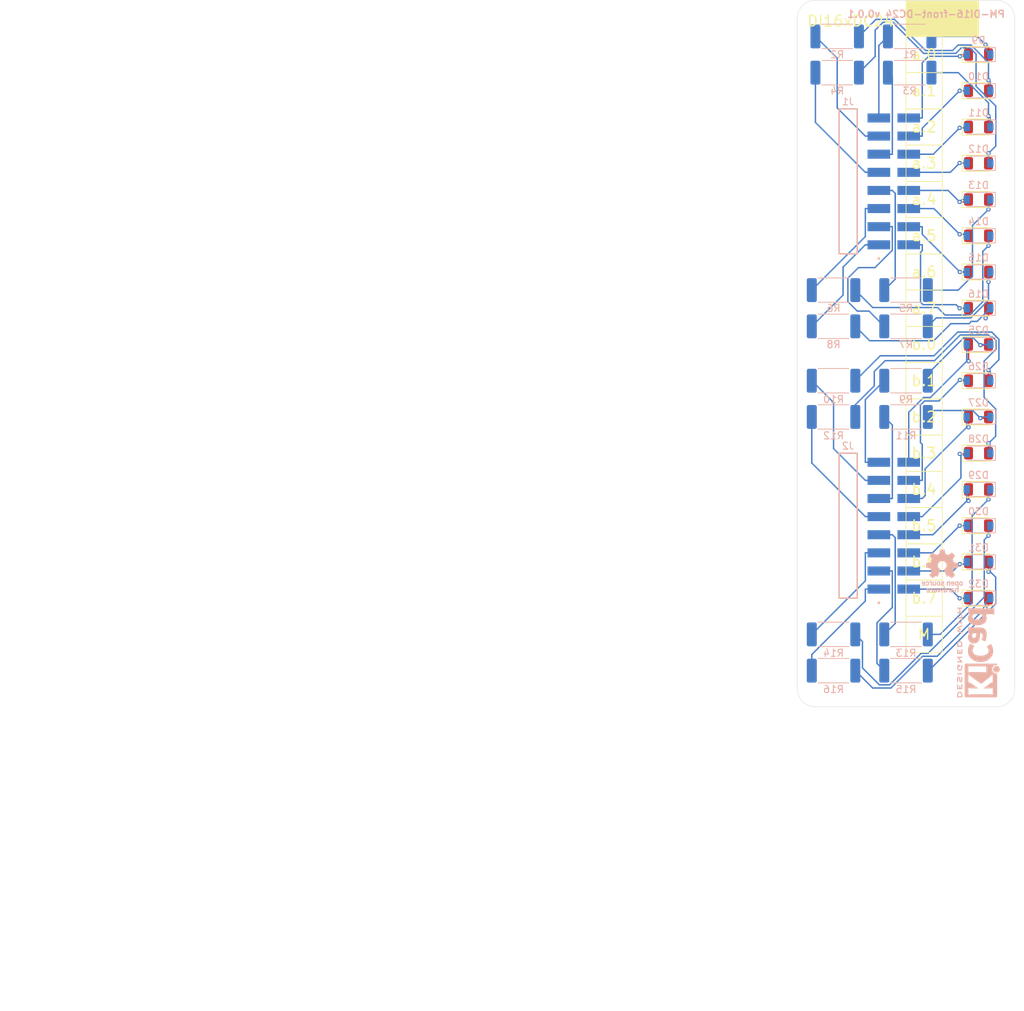
<source format=kicad_pcb>
(kicad_pcb (version 20240108) (generator "pcbnew") (generator_version "8.0")
  (layers (0 "F.Cu" signal) (31 "B.Cu" signal) (34 "B.Paste" user) (35 "F.Paste" user) (36 "B.SilkS" user "B.Silkscreen") (37 "F.SilkS" user "F.Silkscreen") (38 "B.Mask" user) (39 "F.Mask" user) (44 "Edge.Cuts" user))
  (net 0 "")
  (net 1 "/OUT01")
  (net 2 "Net-(D1-A)")
  (net 3 "/OUT02")
  (net 4 "Net-(D10-K)")
  (net 5 "Net-(D11-K)")
  (net 6 "/OUT03")
  (net 7 "/OUT04")
  (net 8 "Net-(D12-K)")
  (net 9 "Net-(D13-K)")
  (net 10 "/OUT05")
  (net 11 "Net-(D14-K)")
  (net 12 "/OUT06")
  (net 13 "Net-(D15-K)")
  (net 14 "/OUT07")
  (net 15 "/OUT00")
  (net 16 "Net-(D16-K)")
  (net 17 "/IN03")
  (net 18 "/IN07")
  (net 19 "/IN05")
  (net 20 "/IN06")
  (net 21 "Net-(D17-A)")
  (net 22 "/IN02")
  (net 23 "/IN04")
  (net 24 "/IN01")
  (net 25 "/OUT10")
  (net 26 "/OUT11")
  (net 27 "Net-(D18-A)")
  (net 28 "Net-(D19-A)")
  (net 29 "/OUT12")
  (net 30 "/OUT13")
  (net 31 "Net-(D20-A)")
  (net 32 "/OUT14")
  (net 33 "Net-(D21-A)")
  (net 34 "Net-(D22-A)")
  (net 35 "/OUT15")
  (net 36 "/OUT16")
  (net 37 "Net-(D23-A)")
  (net 38 "/OUT17")
  (net 39 "Net-(D24-A)")
  (net 40 "/IN16")
  (net 41 "/IN17")
  (net 42 "/IN15")
  (net 43 "/IN00")
  (net 44 "/IN10")
  (net 45 "/IN11")
  (net 46 "/IN12")
  (net 47 "/IN13")
  (net 48 "/IN14")
  (footprint "NextPCB:LED_KPTD-3216ZGC" (layer "F.Cu") (at 152.4 119.38)
    (property "Reference" "D21" (hide yes))
    (property "Value" "KPTD-3216ZGC ")
  )
  (footprint "NextPCB:LED_KPTD-3216ZGC" (layer "F.Cu") (at 152.4 114.3)
    (property "Reference" "D20" (hide yes))
    (property "Value" "KPTD-3216ZGC ")
  )
  (footprint "NextPCB:LED_KPTD-3216ZGC" (layer "F.Cu") (at 152.4 104.14)
    (property "Reference" "D18" (hide yes))
    (property "Value" "KPTD-3216ZGC ")
  )
  (footprint "NextPCB:LED_KPTD-3216ZGC" (layer "F.Cu") (at 152.4 109.22)
    (property "Reference" "D19" (hide yes))
    (property "Value" "KPTD-3216ZGC ")
  )
  (footprint "NextPCB:LED_KPTD-3216ZGC" (layer "F.Cu") (at 152.4 78.74)
    (property "Reference" "D5" (hide yes))
    (property "Value" "KPTD-3216ZGC ")
  )
  (footprint "NextPCB:LED_KPTD-3216ZGC" (layer "F.Cu") (at 152.4 73.66)
    (property "Reference" "D4" (hide yes))
    (property "Value" "KPTD-3216ZGC ")
  )
  (footprint "NextPCB:LED_KPTD-3216ZGC" (layer "F.Cu") (at 152.4 83.82)
    (property "Reference" "D6" (hide yes))
    (property "Value" "KPTD-3216ZGC ")
  )
  (footprint "NextPCB:LED_KPTD-3216ZGC" (layer "F.Cu") (at 152.4 68.58)
    (property "Reference" "D3" (hide yes))
    (property "Value" "KPTD-3216ZGC ")
  )
  (footprint "NextPCB:LED_KPTD-3216ZGC" (layer "F.Cu") (at 152.4 63.5)
    (property "Reference" "D2" (hide yes))
    (property "Value" "KPTD-3216ZGC ")
  )
  (footprint "NextPCB:LED_KPTD-3216ZGC" (layer "F.Cu") (at 152.4 93.98)
    (property "Reference" "D8" (hide yes))
    (property "Value" "KPTD-3216ZGC ")
  )
  (footprint "NextPCB:LED_KPTD-3216ZGC" (layer "F.Cu") (at 152.4 58.42)
    (property "Reference" "D1" (hide yes))
    (property "Value" "KPTD-3216ZGC ")
  )
  (footprint "NextPCB:LED_KPTD-3216ZGC" (layer "F.Cu") (at 152.4 88.9)
    (property "Reference" "D7" (hide yes))
    (property "Value" "KPTD-3216ZGC ")
  )
  (footprint "NextPCB:LED_KPTD-3216ZGC" (layer "F.Cu") (at 152.4 134.62)
    (property "Reference" "D24" (hide yes))
    (property "Value" "KPTD-3216ZGC ")
  )
  (footprint "NextPCB:LED_KPTD-3216ZGC" (layer "F.Cu") (at 152.4 99.06)
    (property "Reference" "D17" (hide yes))
    (property "Value" "KPTD-3216ZGC ")
  )
  (footprint "NextPCB:LED_KPTD-3216ZGC" (layer "F.Cu") (at 152.4 129.54)
    (property "Reference" "D23" (hide yes))
    (property "Value" "KPTD-3216ZGC ")
  )
  (footprint "NextPCB:LED_KPTD-3216ZGC" (layer "F.Cu") (at 152.4 124.46)
    (property "Reference" "D22" (hide yes))
    (property "Value" "KPTD-3216ZGC ")
  )
  (footprint "Diode_SMD:D_SOD-123" (layer "B.Cu") (at 152.4 78.74 180)
    (property "Reference" "D13")
    (property "Value" "1N4148W")
  )
  (footprint "Diode_SMD:D_SOD-123" (layer "B.Cu") (at 152.4 129.54 180)
    (property "Reference" "D31")
    (property "Value" "1N4148W")
  )
  (footprint "Resistor_SMD:R_2512_6332Metric_Pad1.40x3.35mm_HandSolder" (layer "B.Cu") (at 142.24 144.78)
    (property "Reference" "R15")
    (property "Value" "1.1k 1W")
  )
  (footprint "Resistor_SMD:R_2512_6332Metric_Pad1.40x3.35mm_HandSolder" (layer "B.Cu") (at 142.24 91.44)
    (property "Reference" "R5")
    (property "Value" "1.1k 1W")
  )
  (footprint "Diode_SMD:D_SOD-123" (layer "B.Cu") (at 152.4 73.66 180)
    (property "Reference" "D12")
    (property "Value" "1N4148W")
  )
  (footprint "Diode_SMD:D_SOD-123" (layer "B.Cu") (at 152.4 99.06 180)
    (property "Reference" "D25")
    (property "Value" "1N4148W")
  )
  (footprint "Resistor_SMD:R_2512_6332Metric_Pad1.40x3.35mm_HandSolder" (layer "B.Cu") (at 132.08 144.78)
    (property "Reference" "R16")
    (property "Value" "1.1k 1W")
  )
  (footprint "Diode_SMD:D_SOD-123" (layer "B.Cu") (at 152.4 83.82 180)
    (property "Reference" "D14")
    (property "Value" "1N4148W")
  )
  (footprint "Diode_SMD:D_SOD-123" (layer "B.Cu") (at 152.4 104.14 180)
    (property "Reference" "D26")
    (property "Value" "1N4148W")
  )
  (footprint "Diode_SMD:D_SOD-123" (layer "B.Cu") (at 152.4 88.9 180)
    (property "Reference" "D15")
    (property "Value" "1N4148W")
  )
  (footprint "Diode_SMD:D_SOD-123" (layer "B.Cu") (at 152.4 58.42 180)
    (property "Reference" "D9")
    (property "Value" "1N4148W")
  )
  (footprint "Resistor_SMD:R_2512_6332Metric_Pad1.40x3.35mm_HandSolder" (layer "B.Cu") (at 142.24 104.14)
    (property "Reference" "R9")
    (property "Value" "1.1k 1W")
  )
  (footprint "Diode_SMD:D_SOD-123" (layer "B.Cu") (at 152.4 119.38 180)
    (property "Reference" "D29")
    (property "Value" "1N4148W")
  )
  (footprint "Resistor_SMD:R_2512_6332Metric_Pad1.40x3.35mm_HandSolder" (layer "B.Cu") (at 132.08 139.7)
    (property "Reference" "R14")
    (property "Value" "1.1k 1W")
  )
  (footprint "Diode_SMD:D_SOD-123" (layer "B.Cu") (at 152.4 109.22 180)
    (property "Reference" "D27")
    (property "Value" "1N4148W")
  )
  (footprint "Symbol:OSHW-Logo_5.7x6mm_SilkScreen" (layer "B.Cu") (at 147.32 130.81 180)
    (property "Reference" "logo_oshw" (hide yes))
    (property "Value" "OSHW-Logo_5.7x6mm_SilkScreen" (hide yes))
  )
  (footprint "Resistor_SMD:R_2512_6332Metric_Pad1.40x3.35mm_HandSolder" (layer "B.Cu") (at 142.24 109.22)
    (property "Reference" "R11")
    (property "Value" "1.1k 1W")
  )
  (footprint "NextPCB:Conn_02x08_pin_angle" (layer "B.Cu") (at 134.125 124.46 -90)
    (property "Reference" "J2")
    (property "Value" "Conn_02x08_Odd_Even" (hide yes))
  )
  (footprint "Resistor_SMD:R_2512_6332Metric_Pad1.40x3.35mm_HandSolder" (layer "B.Cu") (at 132.08 91.44)
    (property "Reference" "R6")
    (property "Value" "1.1k 1W")
  )
  (footprint "Resistor_SMD:R_2512_6332Metric_Pad1.40x3.35mm_HandSolder" (layer "B.Cu") (at 142.75 55.88)
    (property "Reference" "R1")
    (property "Value" "1.1k 1W")
  )
  (footprint "Diode_SMD:D_SOD-123" (layer "B.Cu") (at 152.4 68.58 180)
    (property "Reference" "D11")
    (property "Value" "1N4148W")
  )
  (footprint "Diode_SMD:D_SOD-123" (layer "B.Cu") (at 152.4 114.3 180)
    (property "Reference" "D28")
    (property "Value" "1N4148W")
  )
  (footprint "Diode_SMD:D_SOD-123" (layer "B.Cu") (at 152.4 134.62 180)
    (property "Reference" "D32")
    (property "Value" "1N4148W")
  )
  (footprint "Diode_SMD:D_SOD-123" (layer "B.Cu") (at 152.4 63.5 180)
    (property "Reference" "D10")
    (property "Value" "1N4148W")
  )
  (footprint "Resistor_SMD:R_2512_6332Metric_Pad1.40x3.35mm_HandSolder" (layer "B.Cu") (at 132.08 109.22)
    (property "Reference" "R12")
    (property "Value" "1.1k 1W")
  )
  (footprint "Resistor_SMD:R_2512_6332Metric_Pad1.40x3.35mm_HandSolder" (layer "B.Cu") (at 142.24 139.7)
    (property "Reference" "R13")
    (property "Value" "1.1k 1W")
  )
  (footprint "Resistor_SMD:R_2512_6332Metric_Pad1.40x3.35mm_HandSolder" (layer "B.Cu") (at 132.59 60.96)
    (property "Reference" "R4")
    (property "Value" "1.1k 1W")
  )
  (footprint "Diode_SMD:D_SOD-123" (layer "B.Cu") (at 152.4 93.98 180)
    (property "Reference" "D16")
    (property "Value" "1N4148W")
  )
  (footprint "Resistor_SMD:R_2512_6332Metric_Pad1.40x3.35mm_HandSolder" (layer "B.Cu") (at 132.08 96.52)
    (property "Reference" "R8")
    (property "Value" "1.1k 1W")
  )
  (footprint "Symbol:KiCad-Logo2_5mm_SilkScreen" (layer "B.Cu") (at 152.4 142.24 90)
    (property "Reference" "logo_kicad" (hide yes))
    (property "Value" "KiCad-Logo2_5mm_SilkScreen" (hide yes))
  )
  (footprint "Resistor_SMD:R_2512_6332Metric_Pad1.40x3.35mm_HandSolder" (layer "B.Cu") (at 142.24 96.52)
    (property "Reference" "R7")
    (property "Value" "1.1k 1W")
  )
  (footprint "Diode_SMD:D_SOD-123" (layer "B.Cu") (at 152.4 124.46 180)
    (property "Reference" "D30")
    (property "Value" "1N4148W")
  )
  (footprint "Resistor_SMD:R_2512_6332Metric_Pad1.40x3.35mm_HandSolder" (layer "B.Cu") (at 132.59 55.88)
    (property "Reference" "R2")
    (property "Value" "1.1k 1W")
  )
  (footprint "Resistor_SMD:R_2512_6332Metric_Pad1.40x3.35mm_HandSolder" (layer "B.Cu") (at 132.08 104.14)
    (property "Reference" "R10")
    (property "Value" "1.1k 1W")
  )
  (footprint "NextPCB:Conn_02x08_pin_angle" (layer "B.Cu") (at 134.125 76.2 -90)
    (property "Reference" "J1")
    (property "Value" "Conn_02x08_Odd_Even" (hide yes))
  )
  (footprint "Resistor_SMD:R_2512_6332Metric_Pad1.40x3.35mm_HandSolder" (layer "B.Cu") (at 142.75 60.96)
    (property "Reference" "R3")
    (property "Value" "1.1k 1W")
  )
  (gr_rect (start 142.24 55.88) (end 147.32 60.96) (stroke (width 0.1)) (fill none) (layer "F.SilkS"))
  (gr_rect (start 142.24 66.04) (end 147.32 71.12) (stroke (width 0.1)) (fill none) (layer "F.SilkS"))
  (gr_rect (start 142.24 121.92) (end 147.32 127) (stroke (width 0.1)) (fill none) (layer "F.SilkS"))
  (gr_rect (start 142.24 101.6) (end 147.32 106.68) (stroke (width 0.1)) (fill none) (layer "F.SilkS"))
  (gr_rect (start 142.24 132.08) (end 147.32 137.16) (stroke (width 0.1)) (fill none) (layer "F.SilkS"))
  (gr_rect (start 142.24 81.28) (end 147.32 86.36) (stroke (width 0.1)) (fill none) (layer "F.SilkS"))
  (gr_rect (start 142.24 50.927) (end 152.4 55.88) (stroke (width 0.1)) (fill solid) (layer "F.SilkS"))
  (gr_rect (start 142.24 60.96) (end 147.32 66.04) (stroke (width 0.1)) (fill none) (layer "F.SilkS"))
  (gr_rect (start 142.24 91.44) (end 147.32 96.52) (stroke (width 0.1)) (fill none) (layer "F.SilkS"))
  (gr_rect (start 142.24 96.52) (end 147.32 101.6) (stroke (width 0.1)) (fill none) (layer "F.SilkS"))
  (gr_rect (start 142.24 111.76) (end 147.32 116.84) (stroke (width 0.1)) (fill none) (layer "F.SilkS"))
  (gr_rect (start 142.24 137.16) (end 147.32 142.24) (stroke (width 0.1)) (fill none) (layer "F.SilkS"))
  (gr_rect (start 142.24 86.36) (end 147.32 91.44) (stroke (width 0.1)) (fill none) (layer "F.SilkS"))
  (gr_rect (start 142.24 127) (end 147.32 132.08) (stroke (width 0.1)) (fill none) (layer "F.SilkS"))
  (gr_rect (start 142.24 76.2) (end 147.32 81.28) (stroke (width 0.1)) (fill none) (layer "F.SilkS"))
  (gr_rect (start 142.24 71.12) (end 147.32 76.2) (stroke (width 0.1)) (fill none) (layer "F.SilkS"))
  (gr_rect (start 142.24 116.84) (end 147.32 121.92) (stroke (width 0.1)) (fill none) (layer "F.SilkS"))
  (gr_rect (start 142.24 106.68) (end 147.32 111.76) (stroke (width 0.1)) (fill none) (layer "F.SilkS"))
  (gr_arc (start 127 53.34) (mid 127.743949 51.543949) (end 129.54 50.8) (stroke (width 0.05)) (layer "Edge.Cuts"))
  (gr_line (start 154.94 149.86) (end 129.54 149.86) (stroke (width 0.05)) (layer "Edge.Cuts"))
  (gr_arc (start 157.48 147.32) (mid 156.736051 149.116051) (end 154.94 149.86) (stroke (width 0.05)) (layer "Edge.Cuts"))
  (gr_line (start 129.54 50.8) (end 154.94 50.8) (stroke (width 0.05)) (layer "Edge.Cuts"))
  (gr_line (start 127 147.32) (end 127 53.34) (stroke (width 0.05)) (layer "Edge.Cuts"))
  (gr_arc (start 129.54 149.86) (mid 127.743949 149.116051) (end 127 147.32) (stroke (width 0.05)) (layer "Edge.Cuts"))
  (gr_arc (start 154.94 50.8) (mid 156.736051 51.543949) (end 157.48 53.34) (stroke (width 0.05)) (layer "Edge.Cuts"))
  (gr_line (start 157.48 53.34) (end 157.48 147.32) (stroke (width 0.05)) (layer "Edge.Cuts"))
  (gr_text "PM-DI16-front-DC24 v0.0.1" (at 156.21 53.34 0) (layer "B.SilkS") (effects (font (size 1 1) (thickness 0.2) (bold yes)) (justify left bottom mirror)))
  (gr_text "a.3" (at 142.88 74.5315 0) (layer "F.SilkS") (effects (font (size 1.5 1.5) (thickness 0.2)) (justify left bottom)))
  (gr_text "M" (at 143.772857 140.5715 0) (layer "F.SilkS") (effects (font (size 1.5 1.5) (thickness 0.2)) (justify left bottom)))
  (gr_text "b.5" (at 142.88 125.3315 0) (layer "F.SilkS") (effects (font (size 1.5 1.5) (thickness 0.2)) (justify left bottom)))
  (gr_text "a.5" (at 142.88 84.6915 0) (layer "F.SilkS") (effects (font (size 1.5 1.5) (thickness 0.2)) (justify left bottom)))
  (gr_text "b.6" (at 142.88 130.4115 0) (layer "F.SilkS") (effects (font (size 1.5 1.5) (thickness 0.2)) (justify left bottom)))
  (gr_text "a.7" (at 142.88 94.8515 0) (layer "F.SilkS") (effects (font (size 1.5 1.5) (thickness 0.2)) (justify left bottom)))
  (gr_text "b.2" (at 142.88 110.0915 0) (layer "F.SilkS") (effects (font (size 1.5 1.5) (thickness 0.2)) (justify left bottom)))
  (gr_text "b.7" (at 142.88 135.4915 0) (layer "F.SilkS") (effects (font (size 1.5 1.5) (thickness 0.2)) (justify left bottom)))
  (gr_text "b.0" (at 142.88 99.9315 0) (layer "F.SilkS") (effects (font (size 1.5 1.5) (thickness 0.2)) (justify left bottom)))
  (gr_text "b.1" (at 142.88 105.0115 0) (layer "F.SilkS") (effects (font (size 1.5 1.5) (thickness 0.2)) (justify left bottom)))
  (gr_text "b.3" (at 142.88 115.1715 0) (layer "F.SilkS") (effects (font (size 1.5 1.5) (thickness 0.2)) (justify left bottom)))
  (gr_text "a.1" (at 142.88 64.3715 0) (layer "F.SilkS") (effects (font (size 1.5 1.5) (thickness 0.2)) (justify left bottom)))
  (gr_text "a.4" (at 142.88 79.6115 0) (layer "F.SilkS") (effects (font (size 1.5 1.5) (thickness 0.2)) (justify left bottom)))
  (gr_text "DI16xDC24" (at 128.27 54.61 0) (layer "F.SilkS") (effects (font (size 1.5 1.5) (thickness 0.2)) (justify left bottom)))
  (gr_text "a.0" (at 142.88 59.2915 0) (layer "F.SilkS") (effects (font (size 1.5 1.5) (thickness 0.2)) (justify left bottom)))
  (gr_text "a.2" (at 142.88 69.4515 0) (layer "F.SilkS") (effects (font (size 1.5 1.5) (thickness 0.2)) (justify left bottom)))
  (gr_text "b.4" (at 142.88 120.2515 0) (layer "F.SilkS") (effects (font (size 1.5 1.5) (thickness 0.2)) (justify left bottom)))
  (gr_text "a.6" (at 142.88 89.7715 0) (layer "F.SilkS") (effects (font (size 1.5 1.5) (thickness 0.2)) (justify left bottom)))
  (segment (start 151 63.5) (end 149.756 63.5) (width 0.2) (layer "F.Cu") (net 1))
  (via (at 149.756 63.5) (size 0.6) (drill 0.3) (layers "F.Cu" "B.Cu") (net 1))
  (segment (start 144.5117 68.7443) (end 149.756 63.5) (width 0.2) (layer "B.Cu") (net 1))
  (segment (start 144.5117 69.85) (end 144.5117 68.7443) (width 0.2) (layer "B.Cu") (net 1))
  (segment (start 149.756 63.5) (end 150.75 63.5) (width 0.2) (layer "B.Cu") (net 1))
  (segment (start 142.62 69.85) (end 144.5117 69.85) (width 0.2) (layer "B.Cu") (net 1))
  (segment (start 153.8 57.4534) (end 153.8 58.42) (width 0.2) (layer "F.Cu") (net 2))
  (segment (start 153.3866 57.04) (end 153.8 57.4534) (width 0.2) (layer "F.Cu") (net 2))
  (via (at 153.3866 57.04) (size 0.6) (drill 0.3) (layers "F.Cu" "B.Cu") (net 2))
  (segment (start 153.3866 57.7566) (end 154.05 58.42) (width 0.2) (layer "B.Cu") (net 2))
  (segment (start 152.2266 55.88) (end 153.3866 57.04) (width 0.2) (layer "B.Cu") (net 2))
  (segment (start 153.3866 57.04) (end 153.3866 57.7566) (width 0.2) (layer "B.Cu") (net 2))
  (segment (start 145.8 55.88) (end 152.2266 55.88) (width 0.2) (layer "B.Cu") (net 2))
  (segment (start 149.756 68.6974) (end 150.8826 68.6974) (width 0.2) (layer "F.Cu") (net 3))
  (segment (start 150.8826 68.6974) (end 151 68.58) (width 0.2) (layer "F.Cu") (net 3))
  (via (at 149.756 68.6974) (size 0.6) (drill 0.3) (layers "F.Cu" "B.Cu") (net 3))
  (segment (start 150.6326 68.6974) (end 150.75 68.58) (width 0.2) (layer "B.Cu") (net 3))
  (segment (start 142.62 72.39) (end 146.0634 72.39) (width 0.2) (layer "B.Cu") (net 3))
  (segment (start 149.756 68.6974) (end 150.6326 68.6974) (width 0.2) (layer "B.Cu") (net 3))
  (segment (start 146.0634 72.39) (end 149.756 68.6974) (width 0.2) (layer "B.Cu") (net 3))
  (segment (start 153.8 62.0313) (end 153.8 63.5) (width 0.2) (layer "F.Cu") (net 4))
  (via (at 153.8 62.0313) (size 0.6) (drill 0.3) (layers "F.Cu" "B.Cu") (net 4))
  (segment (start 153.8 62.0313) (end 154.05 62.2813) (width 0.2) (layer "B.Cu") (net 4))
  (segment (start 140.6138 53.4903) (end 138.0297 53.4903) (width 0.2) (layer "B.Cu") (net 4))
  (segment (start 148.7643 57.8577) (end 144.9812 57.8577) (width 0.2) (layer "B.Cu") (net 4))
  (segment (start 144.9812 57.8577) (end 140.6138 53.4903) (width 0.2) (layer "B.Cu") (net 4))
  (segment (start 154.05 62.2813) (end 154.05 63.5) (width 0.2) (layer "B.Cu") (net 4))
  (segment (start 153.8 62.0313) (end 153.8 59.5374) (width 0.2) (layer "B.Cu") (net 4))
  (segment (start 138.0297 53.4903) (end 135.64 55.88) (width 0.2) (layer "B.Cu") (net 4))
  (segment (start 151.3493 57.0867) (end 149.5353 57.0867) (width 0.2) (layer "B.Cu") (net 4))
  (segment (start 153.8 59.5374) (end 151.3493 57.0867) (width 0.2) (layer "B.Cu") (net 4))
  (segment (start 149.5353 57.0867) (end 148.7643 57.8577) (width 0.2) (layer "B.Cu") (net 4))
  (segment (start 153.8 68.58) (end 153.8 67.0441) (width 0.2) (layer "F.Cu") (net 5))
  (via (at 153.8 67.0441) (size 0.6) (drill 0.3) (layers "F.Cu" "B.Cu") (net 5))
  (segment (start 154.05 67.2941) (end 154.05 68.58) (width 0.2) (layer "B.Cu") (net 5))
  (segment (start 153.8 65.1975) (end 153.8 67.0441) (width 0.2) (layer "B.Cu") (net 5))
  (segment (start 145.8 60.96) (end 149.5625 60.96) (width 0.2) (layer "B.Cu") (net 5))
  (segment (start 153.8 67.0441) (end 154.05 67.2941) (width 0.2) (layer "B.Cu") (net 5))
  (segment (start 149.5625 60.96) (end 153.8 65.1975) (width 0.2) (layer "B.Cu") (net 5))
  (segment (start 150.9622 73.6222) (end 151 73.66) (width 0.2) (layer "F.Cu") (net 6))
  (segment (start 149.756 73.6222) (end 150.9622 73.6222) (width 0.2) (layer "F.Cu") (net 6))
  (via (at 149.756 73.6222) (size 0.6) (drill 0.3) (layers "F.Cu" "B.Cu") (net 6))
  (segment (start 149.7938 73.66) (end 150.75 73.66) (width 0.2) (layer "B.Cu") (net 6))
  (segment (start 148.4482 74.93) (end 149.756 73.6222) (width 0.2) (layer "B.Cu") (net 6))
  (segment (start 149.756 73.6222) (end 149.7938 73.66) (width 0.2) (layer "B.Cu") (net 6))
  (segment (start 142.62 74.93) (end 148.4482 74.93) (width 0.2) (layer "B.Cu") (net 6))
  (segment (start 150.6583 79.0817) (end 151 78.74) (width 0.2) (layer "F.Cu") (net 7))
  (segment (start 149.756 79.0817) (end 150.6583 79.0817) (width 0.2) (layer "F.Cu") (net 7))
  (via (at 149.756 79.0817) (size 0.6) (drill 0.3) (layers "F.Cu" "B.Cu") (net 7))
  (segment (start 142.62 77.47) (end 148.1443 77.47) (width 0.2) (layer "B.Cu") (net 7))
  (segment (start 149.756 79.0817) (end 150.0977 78.74) (width 0.2) (layer "B.Cu") (net 7))
  (segment (start 150.0977 78.74) (end 150.75 78.74) (width 0.2) (layer "B.Cu") (net 7))
  (segment (start 148.1443 77.47) (end 149.756 79.0817) (width 0.2) (layer "B.Cu") (net 7))
  (segment (start 153.8 73.66) (end 153.8 72.2613) (width 0.2) (layer "F.Cu") (net 8))
  (via (at 153.8 72.2613) (size 0.6) (drill 0.3) (layers "F.Cu" "B.Cu") (net 8))
  (segment (start 149.9843 57.4884) (end 151.183 57.4884) (width 0.2) (layer "B.Cu") (net 8))
  (segment (start 154.8147 65.6275) (end 154.8147 71.2466) (width 0.2) (layer "B.Cu") (net 8))
  (segment (start 135.64 60.96) (end 137.911 58.689) (width 0.2) (layer "B.Cu") (net 8))
  (segment (start 140.7259 54.1704) (end 140.7259 54.2651) (width 0.2) (layer "B.Cu") (net 8))
  (segment (start 154.8147 71.2466) (end 153.8 72.2613) (width 0.2) (layer "B.Cu") (net 8))
  (segment (start 152.0571 62.8699) (end 154.8147 65.6275) (width 0.2) (layer "B.Cu") (net 8))
  (segment (start 137.911 55.0017) (end 139.0207 53.892) (width 0.2) (layer "B.Cu") (net 8))
  (segment (start 149.2098 58.2629) (end 149.9843 57.4884) (width 0.2) (layer "B.Cu") (net 8))
  (segment (start 151.183 57.4884) (end 152.0571 58.3625) (width 0.2) (layer "B.Cu") (net 8))
  (segment (start 153.8 73.41) (end 153.8 72.2613) (width 0.2) (layer "B.Cu") (net 8))
  (segment (start 152.0571 58.3625) (end 152.0571 62.8699) (width 0.2) (layer "B.Cu") (net 8))
  (segment (start 139.0207 53.892) (end 140.4475 53.892) (width 0.2) (layer "B.Cu") (net 8))
  (segment (start 144.7237 58.2629) (end 149.2098 58.2629) (width 0.2) (layer "B.Cu") (net 8))
  (segment (start 154.05 73.66) (end 153.8 73.41) (width 0.2) (layer "B.Cu") (net 8))
  (segment (start 140.4475 53.892) (end 140.7259 54.1704) (width 0.2) (layer "B.Cu") (net 8))
  (segment (start 140.7259 54.2651) (end 144.7237 58.2629) (width 0.2) (layer "B.Cu") (net 8))
  (segment (start 137.911 58.689) (end 137.911 55.0017) (width 0.2) (layer "B.Cu") (net 8))
  (segment (start 153.8 80.126) (end 153.8 78.74) (width 0.2) (layer "F.Cu") (net 9))
  (via (at 153.8 80.126) (size 0.6) (drill 0.3) (layers "F.Cu" "B.Cu") (net 9))
  (segment (start 153.8 80.126) (end 151.5524 82.3736) (width 0.2) (layer "B.Cu") (net 9))
  (segment (start 151.5524 89.449) (end 149.5614 91.44) (width 0.2) (layer "B.Cu") (net 9))
  (segment (start 153.8 80.126) (end 153.8 78.99) (width 0.2) (layer "B.Cu") (net 9))
  (segment (start 153.8 78.99) (end 154.05 78.74) (width 0.2) (layer "B.Cu") (net 9))
  (segment (start 149.5614 91.44) (end 145.29 91.44) (width 0.2) (layer "B.Cu") (net 9))
  (segment (start 151.5524 82.3736) (end 151.5524 89.449) (width 0.2) (layer "B.Cu") (net 9))
  (segment (start 150.7962 83.6162) (end 151 83.82) (width 0.2) (layer "F.Cu") (net 10))
  (segment (start 149.756 83.6162) (end 150.7962 83.6162) (width 0.2) (layer "F.Cu") (net 10))
  (via (at 149.756 83.6162) (size 0.6) (drill 0.3) (layers "F.Cu" "B.Cu") (net 10))
  (segment (start 146.1498 80.01) (end 149.756 83.6162) (width 0.2) (layer "B.Cu") (net 10))
  (segment (start 150.5462 83.6162) (end 150.75 83.82) (width 0.2) (layer "B.Cu") (net 10))
  (segment (start 149.756 83.6162) (end 150.5462 83.6162) (width 0.2) (layer "B.Cu") (net 10))
  (segment (start 142.62 80.01) (end 146.1498 80.01) (width 0.2) (layer "B.Cu") (net 10))
  (segment (start 153.8 83.82) (end 153.8 85.2135) (width 0.2) (layer "F.Cu") (net 11))
  (via (at 153.8 85.2135) (size 0.6) (drill 0.3) (layers "F.Cu" "B.Cu") (net 11))
  (segment (start 135.13 91.44) (end 137.5721 93.8821) (width 0.2) (layer "B.Cu") (net 11))
  (segment (start 153.0021 86.0114) (end 153.8 85.2135) (width 0.2) (layer "B.Cu") (net 11))
  (segment (start 147.7084 94.9308) (end 151.1479 94.9308) (width 0.2) (layer "B.Cu") (net 11))
  (segment (start 154.05 83.82) (end 153.8 84.07) (width 0.2) (layer "B.Cu") (net 11))
  (segment (start 151.1479 94.9308) (end 153.0021 93.0766) (width 0.2) (layer "B.Cu") (net 11))
  (segment (start 153.8 84.07) (end 153.8 85.2135) (width 0.2) (layer "B.Cu") (net 11))
  (segment (start 146.6597 93.8821) (end 147.7084 94.9308) (width 0.2) (layer "B.Cu") (net 11))
  (segment (start 137.5721 93.8821) (end 146.6597 93.8821) (width 0.2) (layer "B.Cu") (net 11))
  (segment (start 153.0021 93.0766) (end 153.0021 86.0114) (width 0.2) (layer "B.Cu") (net 11))
  (segment (start 151 88.9) (end 149.7894 88.9) (width 0.2) (layer "F.Cu") (net 12))
  (via (at 149.7894 88.9) (size 0.6) (drill 0.3) (layers "F.Cu" "B.Cu") (net 12))
  (segment (start 144.5117 82.55) (end 144.5117 83.6223) (width 0.2) (layer "B.Cu") (net 12))
  (segment (start 144.5117 83.6223) (end 149.7894 88.9) (width 0.2) (layer "B.Cu") (net 12))
  (segment (start 142.62 82.55) (end 144.5117 82.55) (width 0.2) (layer "B.Cu") (net 12))
  (segment (start 149.7894 88.9) (end 150.75 88.9) (width 0.2) (layer "B.Cu") (net 12))
  (segment (start 153.8 88.9) (end 153.8 90.2778) (width 0.2) (layer "F.Cu") (net 13))
  (via (at 153.8 90.2778) (size 0.6) (drill 0.3) (layers "F.Cu" "B.Cu") (net 13))
  (segment (start 153.8 89.15) (end 154.05 88.9) (width 0.2) (layer "B.Cu") (net 13))
  (segment (start 151.3149 95.3366) (end 153.8 92.8515) (width 0.2) (layer "B.Cu") (net 13))
  (segment (start 145.29 96.52) (end 146.4734 95.3366) (width 0.2) (layer "B.Cu") (net 13))
  (segment (start 153.8 92.8515) (end 153.8 90.2778) (width 0.2) (layer "B.Cu") (net 13))
  (segment (start 146.4734 95.3366) (end 151.3149 95.3366) (width 0.2) (layer "B.Cu") (net 13))
  (segment (start 153.8 90.2778) (end 153.8 89.15) (width 0.2) (layer "B.Cu") (net 13))
  (segment (start 151 93.98) (end 149.756 93.98) (width 0.2) (layer "F.Cu") (net 14))
  (via (at 149.756 93.98) (size 0.6) (drill 0.3) (layers "F.Cu" "B.Cu") (net 14))
  (segment (start 149.756 93.98) (end 150.75 93.98) (width 0.2) (layer "B.Cu") (net 14))
  (segment (start 149.2564 93.4804) (end 144.6295 93.4804) (width 0.2) (layer "B.Cu") (net 14))
  (segment (start 144.2752 86.146) (end 144.5117 85.9095) (width 0.2) (layer "B.Cu") (net 14))
  (segment (start 144.5117 85.9095) (end 144.5117 85.09) (width 0.2) (layer "B.Cu") (net 14))
  (segment (start 144.2752 93.1261) (end 144.2752 86.146) (width 0.2) (layer "B.Cu") (net 14))
  (segment (start 144.6295 93.4804) (end 144.2752 93.1261) (width 0.2) (layer "B.Cu") (net 14))
  (segment (start 142.62 85.09) (end 144.5117 85.09) (width 0.2) (layer "B.Cu") (net 14))
  (segment (start 149.756 93.98) (end 149.2564 93.4804) (width 0.2) (layer "B.Cu") (net 14))
  (segment (start 151 58.42) (end 150.0395 58.42) (width 0.2) (layer "F.Cu") (net 15))
  (segment (start 150.0395 58.42) (end 149.7914 58.6681) (width 0.2) (layer "F.Cu") (net 15))
  (via (at 149.7914 58.6681) (size 0.6) (drill 0.3) (layers "F.Cu" "B.Cu") (net 15))
  (segment (start 150.75 58.42) (end 150.5019 58.6681) (width 0.2) (layer "B.Cu") (net 15))
  (segment (start 145.4161 58.6681) (end 149.7914 58.6681) (width 0.2) (layer "B.Cu") (net 15))
  (segment (start 144.5117 67.31) (end 144.5117 59.5725) (width 0.2) (layer "B.Cu") (net 15))
  (segment (start 150.5019 58.6681) (end 149.7914 58.6681) (width 0.2) (layer "B.Cu") (net 15))
  (segment (start 144.5117 59.5725) (end 145.4161 58.6681) (width 0.2) (layer "B.Cu") (net 15))
  (segment (start 142.62 67.31) (end 144.5117 67.31) (width 0.2) (layer "B.Cu") (net 15))
  (segment (start 153.8 93.98) (end 153.8 94.9721) (width 0.2) (layer "F.Cu") (net 16))
  (segment (start 153.8 94.9721) (end 153.3965 95.3756) (width 0.2) (layer "F.Cu") (net 16))
  (via (at 153.3965 95.3756) (size 0.6) (drill 0.3) (layers "F.Cu" "B.Cu") (net 16))
  (segment (start 137.145 98.535) (end 146.1355 98.535) (width 0.2) (layer "B.Cu") (net 16))
  (segment (start 148.5305 96.14) (end 151.0747 96.14) (width 0.2) (layer "B.Cu") (net 16))
  (segment (start 153.0255 95.0045) (end 154.05 93.98) (width 0.2) (layer "B.Cu") (net 16))
  (segment (start 152.2066 95.8234) (end 153.0255 95.0045) (width 0.2) (layer "B.Cu") (net 16))
  (segment (start 135.13 96.52) (end 137.145 98.535) (width 0.2) (layer "B.Cu") (net 16))
  (segment (start 151.3913 95.8234) (end 152.2066 95.8234) (width 0.2) (layer "B.Cu") (net 16))
  (segment (start 153.0255 95.0045) (end 153.3965 95.3756) (width 0.2) (layer "B.Cu") (net 16))
  (segment (start 146.1355 98.535) (end 148.5305 96.14) (width 0.2) (layer "B.Cu") (net 16))
  (segment (start 151.0747 96.14) (end 151.3913 95.8234) (width 0.2) (layer "B.Cu") (net 16))
  (segment (start 129.54 67.9317) (end 129.54 60.96) (width 0.2) (layer "B.Cu") (net 17))
  (segment (start 136.5383 74.93) (end 129.54 67.9317) (width 0.2) (layer "B.Cu") (net 17))
  (segment (start 138.43 74.93) (end 136.5383 74.93) (width 0.2) (layer "B.Cu") (net 17))
  (segment (start 138.43 85.09) (end 136.5383 85.09) (width 0.2) (layer "B.Cu") (net 18))
  (segment (start 133.4145 88.2138) (end 133.4145 92.1355) (width 0.2) (layer "B.Cu") (net 18))
  (segment (start 133.4145 92.1355) (end 129.03 96.52) (width 0.2) (layer "B.Cu") (net 18))
  (segment (start 136.5383 85.09) (end 133.4145 88.2138) (width 0.2) (layer "B.Cu") (net 18))
  (segment (start 138.43 80.01) (end 136.5383 80.01) (width 0.2) (layer "B.Cu") (net 19))
  (segment (start 136.5383 80.01) (end 136.5383 83.9317) (width 0.2) (layer "B.Cu") (net 19))
  (segment (start 136.5383 83.9317) (end 129.03 91.44) (width 0.2) (layer "B.Cu") (net 19))
  (segment (start 140.3217 82.55) (end 140.3217 85.85) (width 0.2) (layer "B.Cu") (net 20))
  (segment (start 134.0892 93.0558) (end 135.4151 94.3817) (width 0.2) (layer "B.Cu") (net 20))
  (segment (start 137.887 88.2847) (end 135.5668 88.2847) (width 0.2) (layer "B.Cu") (net 20))
  (segment (start 135.4151 94.3817) (end 137.0517 94.3817) (width 0.2) (layer "B.Cu") (net 20))
  (segment (start 138.43 82.55) (end 140.3217 82.55) (width 0.2) (layer "B.Cu") (net 20))
  (segment (start 140.3217 85.85) (end 137.887 88.2847) (width 0.2) (layer "B.Cu") (net 20))
  (segment (start 137.0517 94.3817) (end 139.19 96.52) (width 0.2) (layer "B.Cu") (net 20))
  (segment (start 134.0892 89.7623) (end 134.0892 93.0558) (width 0.2) (layer "B.Cu") (net 20))
  (segment (start 135.5668 88.2847) (end 134.0892 89.7623) (width 0.2) (layer "B.Cu") (net 20))
  (segment (start 153.7097 99.1503) (end 152.6665 99.1503) (width 0.2) (layer "F.Cu") (net 21))
  (segment (start 153.8 99.06) (end 153.7097 99.1503) (width 0.2) (layer "F.Cu") (net 21))
  (via (at 152.6665 99.1503) (size 0.6) (drill 0.3) (layers "F.Cu" "B.Cu") (net 21))
  (segment (start 154.05 99.06) (end 152.7568 99.06) (width 0.2) (layer "B.Cu") (net 21))
  (segment (start 145.29 104.14) (end 145.29 103.1739) (width 0.2) (layer "B.Cu") (net 21))
  (segment (start 152.7568 99.06) (end 152.6665 99.1503) (width 0.2) (layer "B.Cu") (net 21))
  (segment (start 151.6582 98.142) (end 152.6665 99.1503) (width 0.2) (layer "B.Cu") (net 21))
  (segment (start 150.3219 98.142) (end 151.6582 98.142) (width 0.2) (layer "B.Cu") (net 21))
  (segment (start 145.29 103.1739) (end 150.3219 98.142) (width 0.2) (layer "B.Cu") (net 21))
  (segment (start 138.43 72.39) (end 140.3217 72.39) (width 0.2) (layer "B.Cu") (net 22))
  (segment (start 140.3217 61.5817) (end 139.7 60.96) (width 0.2) (layer "B.Cu") (net 22))
  (segment (start 140.3217 72.39) (end 140.3217 61.5817) (width 0.2) (layer "B.Cu") (net 22))
  (segment (start 140.7234 77.8717) (end 140.3217 77.47) (width 0.2) (layer "B.Cu") (net 23))
  (segment (start 138.43 77.47) (end 140.3217 77.47) (width 0.2) (layer "B.Cu") (net 23))
  (segment (start 140.7234 89.9066) (end 140.7234 77.8717) (width 0.2) (layer "B.Cu") (net 23))
  (segment (start 139.19 91.44) (end 140.7234 89.9066) (width 0.2) (layer "B.Cu") (net 23))
  (segment (start 132.59 65.9017) (end 132.59 58.93) (width 0.2) (layer "B.Cu") (net 24))
  (segment (start 138.43 69.85) (end 136.5383 69.85) (width 0.2) (layer "B.Cu") (net 24))
  (segment (start 136.5383 69.85) (end 132.59 65.9017) (width 0.2) (layer "B.Cu") (net 24))
  (segment (start 132.59 58.93) (end 129.54 55.88) (width 0.2) (layer "B.Cu") (net 24))
  (segment (start 151 101.3956) (end 151 99.06) (width 0.2) (layer "F.Cu") (net 25))
  (via (at 151 101.3956) (size 0.6) (drill 0.3) (layers "F.Cu" "B.Cu") (net 25))
  (segment (start 150.75 101.3956) (end 151 101.3956) (width 0.2) (layer "B.Cu") (net 25))
  (segment (start 150.75 99.06) (end 150.75 101.3956) (width 0.2) (layer "B.Cu") (net 25))
  (segment (start 145.6555 106.4901) (end 150.75 101.3956) (width 0.2) (layer "B.Cu") (net 25))
  (segment (start 142.62 115.57) (end 142.62 108.5717) (width 0.2) (layer "B.Cu") (net 25))
  (segment (start 142.62 108.5717) (end 144.7016 106.4901) (width 0.2) (layer "B.Cu") (net 25))
  (segment (start 144.7016 106.4901) (end 145.6555 106.4901) (width 0.2) (layer "B.Cu") (net 25))
  (segment (start 149.9016 104.14) (end 149.7924 104.0308) (width 0.2) (layer "F.Cu") (net 26))
  (segment (start 151 104.14) (end 149.9016 104.14) (width 0.2) (layer "F.Cu") (net 26))
  (via (at 149.7924 104.0308) (size 0.6) (drill 0.3) (layers "F.Cu" "B.Cu") (net 26))
  (segment (start 146.8419 106.9813) (end 144.8266 106.9813) (width 0.2) (layer "B.Cu") (net 26))
  (segment (start 150.75 104.14) (end 150.6408 104.0308) (width 0.2) (layer "B.Cu") (net 26))
  (segment (start 144.262 107.5459) (end 144.262 112.8083) (width 0.2) (layer "B.Cu") (net 26))
  (segment (start 144.8266 106.9813) (end 144.262 107.5459) (width 0.2) (layer "B.Cu") (net 26))
  (segment (start 144.5117 113.058) (end 144.5117 118.11) (width 0.2) (layer "B.Cu") (net 26))
  (segment (start 142.62 118.11) (end 144.5117 118.11) (width 0.2) (layer "B.Cu") (net 26))
  (segment (start 144.262 112.8083) (end 144.5117 113.058) (width 0.2) (layer "B.Cu") (net 26))
  (segment (start 150.6408 104.0308) (end 149.7924 104.0308) (width 0.2) (layer "B.Cu") (net 26))
  (segment (start 149.7924 104.0308) (end 146.8419 106.9813) (width 0.2) (layer "B.Cu") (net 26))
  (segment (start 153.8 102.6596) (end 153.8 104.14) (width 0.2) (layer "F.Cu") (net 27))
  (via (at 153.8 102.6596) (size 0.6) (drill 0.3) (layers "F.Cu" "B.Cu") (net 27))
  (segment (start 138.6242 100.6458) (end 135.13 104.14) (width 0.2) (layer "B.Cu") (net 27))
  (segment (start 154.2502 97.3232) (end 149.4867 97.3232) (width 0.2) (layer "B.Cu") (net 27))
  (segment (start 149.4867 97.3232) (end 146.1642 100.6457) (width 0.2) (layer "B.Cu") (net 27))
  (segment (start 155.2607 98.3337) (end 154.2502 97.3232) (width 0.2) (layer "B.Cu") (net 27))
  (segment (start 153.8 102.6596) (end 155.2607 101.1989) (width 0.2) (layer "B.Cu") (net 27))
  (segment (start 155.2607 101.1989) (end 155.2607 98.3337) (width 0.2) (layer "B.Cu") (net 27))
  (segment (start 146.1642 100.6457) (end 138.6242 100.6457) (width 0.2) (layer "B.Cu") (net 27))
  (segment (start 153.8 102.6596) (end 154.05 102.9096) (width 0.2) (layer "B.Cu") (net 27))
  (segment (start 154.05 102.9096) (end 154.05 104.14) (width 0.2) (layer "B.Cu") (net 27))
  (segment (start 138.6242 100.6457) (end 138.6242 100.6458) (width 0.2) (layer "B.Cu") (net 27))
  (segment (start 153.6363 109.3837) (end 152.6582 109.3837) (width 0.2) (layer "F.Cu") (net 28))
  (segment (start 153.8 109.22) (end 153.6363 109.3837) (width 0.2) (layer "F.Cu") (net 28))
  (via (at 152.6582 109.3837) (size 0.6) (drill 0.3) (layers "F.Cu" "B.Cu") (net 28))
  (segment (start 154.05 109.22) (end 152.8219 109.22) (width 0.2) (layer "B.Cu") (net 28))
  (segment (start 152.8219 109.22) (end 152.6582 109.3837) (width 0.2) (layer "B.Cu") (net 28))
  (segment (start 146.1947 108.3153) (end 145.29 109.22) (width 0.2) (layer "B.Cu") (net 28))
  (segment (start 151.5898 108.3153) (end 146.1947 108.3153) (width 0.2) (layer "B.Cu") (net 28))
  (segment (start 152.6582 109.3837) (end 151.5898 108.3153) (width 0.2) (layer "B.Cu") (net 28))
  (segment (start 151 110.6586) (end 151 109.22) (width 0.2) (layer "F.Cu") (net 29))
  (via (at 151 110.6586) (size 0.6) (drill 0.3) (layers "F.Cu" "B.Cu") (net 29))
  (segment (start 144.5117 120.65) (end 144.9134 120.2483) (width 0.2) (layer "B.Cu") (net 29))
  (segment (start 150.75 110.6586) (end 151 110.6586) (width 0.2) (layer "B.Cu") (net 29))
  (segment (start 142.62 120.65) (end 144.5117 120.65) (width 0.2) (layer "B.Cu") (net 29))
  (segment (start 144.9134 116.4952) (end 150.75 110.6586) (width 0.2) (layer "B.Cu") (net 29))
  (segment (start 150.75 110.6586) (end 150.75 109.22) (width 0.2) (layer "B.Cu") (net 29))
  (segment (start 144.9134 120.2483) (end 144.9134 116.4952) (width 0.2) (layer "B.Cu") (net 29))
  (segment (start 150.899 114.401) (end 149.7784 114.401) (width 0.2) (layer "F.Cu") (net 30))
  (segment (start 149.7784 114.401) (end 149.7784 114.4011) (width 0.2) (layer "F.Cu") (net 30))
  (segment (start 151 114.3) (end 150.899 114.401) (width 0.2) (layer "F.Cu") (net 30))
  (via (at 149.7784 114.4011) (size 0.6) (drill 0.3) (layers "F.Cu" "B.Cu") (net 30))
  (segment (start 149.9353 114.558) (end 149.7784 114.4011) (width 0.2) (layer "B.Cu") (net 30))
  (segment (start 150.75 114.3) (end 150.492 114.558) (width 0.2) (layer "B.Cu") (net 30))
  (segment (start 142.62 123.19) (end 144.5117 123.19) (width 0.2) (layer "B.Cu") (net 30))
  (segment (start 149.9353 117.7664) (end 144.5117 123.19) (width 0.2) (layer "B.Cu") (net 30))
  (segment (start 149.9353 114.558) (end 149.9353 117.7664) (width 0.2) (layer "B.Cu") (net 30))
  (segment (start 150.492 114.558) (end 149.9353 114.558) (width 0.2) (layer "B.Cu") (net 30))
  (segment (start 153.8 114.3) (end 153.8 112.917) (width 0.2) (layer "F.Cu") (net 31))
  (via (at 153.8 112.917) (size 0.6) (drill 0.3) (layers "F.Cu" "B.Cu") (net 31))
  (segment (start 154.859 99.7212) (end 154.859 98.5) (width 0.2) (layer "B.Cu") (net 31))
  (segment (start 149.8427 97.7249) (end 146.238 101.3296) (width 0.2) (layer "B.Cu") (net 31))
  (segment (start 137.7889 102.8511) (end 137.7889 104.8618) (width 0.2) (layer "B.Cu") (net 31))
  (segment (start 137.7889 104.8618) (end 135.13 107.5207) (width 0.2) (layer "B.Cu") (net 31))
  (segment (start 154.3882 98.0292) (end 154.08 98.0292) (width 0.2) (layer "B.Cu") (net 31))
  (segment (start 154.08 98.0292) (end 153.7757 97.7249) (width 0.2) (layer "B.Cu") (net 31))
  (segment (start 154.05 114.3) (end 154.05 113.167) (width 0.2) (layer "B.Cu") (net 31))
  (segment (start 154.8052 108.0957) (end 153.1822 106.4727) (width 0.2) (layer "B.Cu") (net 31))
  (segment (start 154.05 113.167) (end 153.8 112.917) (width 0.2) (layer "B.Cu") (net 31))
  (segment (start 154.8052 111.9118) (end 154.8052 108.0957) (width 0.2) (layer "B.Cu") (net 31))
  (segment (start 153.1822 101.398) (end 154.859 99.7212) (width 0.2) (layer "B.Cu") (net 31))
  (segment (start 135.13 107.5207) (end 135.13 109.22) (width 0.2) (layer "B.Cu") (net 31))
  (segment (start 139.3104 101.3296) (end 137.7889 102.8511) (width 0.2) (layer "B.Cu") (net 31))
  (segment (start 153.8 112.917) (end 154.8052 111.9118) (width 0.2) (layer "B.Cu") (net 31))
  (segment (start 153.7757 97.7249) (end 149.8427 97.7249) (width 0.2) (layer "B.Cu") (net 31))
  (segment (start 153.1822 106.4727) (end 153.1822 101.398) (width 0.2) (layer "B.Cu") (net 31))
  (segment (start 146.238 101.3296) (end 139.3104 101.3296) (width 0.2) (layer "B.Cu") (net 31))
  (segment (start 154.859 98.5) (end 154.3882 98.0292) (width 0.2) (layer "B.Cu") (net 31))
  (segment (start 151 120.9891) (end 151 119.38) (width 0.2) (layer "F.Cu") (net 32))
  (via (at 151 120.9891) (size 0.6) (drill 0.3) (layers "F.Cu" "B.Cu") (net 32))
  (segment (start 146.0091 125.73) (end 144.5117 125.73) (width 0.2) (layer "B.Cu") (net 32))
  (segment (start 150.75 120.9891) (end 151 120.9891) (width 0.2) (layer "B.Cu") (net 32))
  (segment (start 150.75 120.9891) (end 146.0091 125.73) (width 0.2) (layer "B.Cu") (net 32))
  (segment (start 150.75 119.38) (end 150.75 120.9891) (width 0.2) (layer "B.Cu") (net 32))
  (segment (start 142.62 125.73) (end 144.5117 125.73) (width 0.2) (layer "B.Cu") (net 32))
  (segment (start 153.8 120.7775) (end 153.8 119.38) (width 0.2) (layer "F.Cu") (net 33))
  (via (at 153.8 120.7775) (size 0.6) (drill 0.3) (layers "F.Cu" "B.Cu") (net 33))
  (segment (start 151.5026 135.2135) (end 151.5026 123.0749) (width 0.2) (layer "B.Cu") (net 33))
  (segment (start 153.8 120.7775) (end 153.8 119.63) (width 0.2) (layer "B.Cu") (net 33))
  (segment (start 145.29 139.7) (end 147.0161 139.7) (width 0.2) (layer "B.Cu") (net 33))
  (segment (start 147.0161 139.7) (end 151.5026 135.2135) (width 0.2) (layer "B.Cu") (net 33))
  (segment (start 153.8 119.63) (end 154.05 119.38) (width 0.2) (layer "B.Cu") (net 33))
  (segment (start 151.5026 123.0749) (end 153.8 120.7775) (width 0.2) (layer "B.Cu") (net 33))
  (segment (start 153.8 124.46) (end 153.8 125.8547) (width 0.2) (layer "F.Cu") (net 34))
  (via (at 153.8 125.8547) (size 0.6) (drill 0.3) (layers "F.Cu" "B.Cu") (net 34))
  (segment (start 153.2019 134.4781) (end 153.2019 126.4528) (width 0.2) (layer "B.Cu") (net 34))
  (segment (start 153.2019 126.4528) (end 153.8 125.8547) (width 0.2) (layer "B.Cu") (net 34))
  (segment (start 153.8 124.71) (end 154.05 124.46) (width 0.2) (layer "B.Cu") (net 34))
  (segment (start 144.341 142.3605) (end 145.3195 142.3605) (width 0.2) (layer "B.Cu") (net 34))
  (segment (start 145.3195 142.3605) (end 153.2019 134.4781) (width 0.2) (layer "B.Cu") (net 34))
  (segment (start 135.13 139.7) (end 136.1327 140.7027) (width 0.2) (layer "B.Cu") (net 34))
  (segment (start 139.9334 146.7681) (end 144.341 142.3605) (width 0.2) (layer "B.Cu") (net 34))
  (segment (start 138.501 146.7681) (end 139.9334 146.7681) (width 0.2) (layer "B.Cu") (net 34))
  (segment (start 153.8 125.8547) (end 153.8 124.71) (width 0.2) (layer "B.Cu") (net 34))
  (segment (start 136.1327 140.7027) (end 136.1327 144.3998) (width 0.2) (layer "B.Cu") (net 34))
  (segment (start 136.1327 144.3998) (end 138.501 146.7681) (width 0.2) (layer "B.Cu") (net 34))
  (segment (start 151 124.46) (end 149.756 124.46) (width 0.2) (layer "F.Cu") (net 35))
  (via (at 149.756 124.46) (size 0.6) (drill 0.3) (layers "F.Cu" "B.Cu") (net 35))
  (segment (start 142.62 128.27) (end 145.946 128.27) (width 0.2) (layer "B.Cu") (net 35))
  (segment (start 145.946 128.27) (end 149.756 124.46) (width 0.2) (layer "B.Cu") (net 35))
  (segment (start 149.756 124.46) (end 150.75 124.46) (width 0.2) (layer "B.Cu") (net 35))
  (segment (start 151 129.54) (end 150.6865 129.8535) (width 0.2) (layer "F.Cu") (net 36))
  (segment (start 149.7774 129.8535) (end 149.7774 129.8536) (width 0.2) (layer "F.Cu") (net 36))
  (segment (start 150.6865 129.8535) (end 149.7774 129.8535) (width 0.2) (layer "F.Cu") (net 36))
  (via (at 149.7774 129.8536) (size 0.6) (drill 0.3) (layers "F.Cu" "B.Cu") (net 36))
  (segment (start 148.821 130.81) (end 149.7774 129.8536) (width 0.2) (layer "B.Cu") (net 36))
  (segment (start 150.4364 129.8536) (end 149.7774 129.8536) (width 0.2) (layer "B.Cu") (net 36))
  (segment (start 142.62 130.81) (end 148.821 130.81) (width 0.2) (layer "B.Cu") (net 36))
  (segment (start 150.75 129.54) (end 150.4364 129.8536) (width 0.2) (layer "B.Cu") (net 36))
  (segment (start 153.8 129.54) (end 153.8 130.9181) (width 0.2) (layer "F.Cu") (net 37))
  (segment (start 153.8 130.9181) (end 153.8037 130.9218) (width 0.2) (layer "F.Cu") (net 37))
  (via (at 153.8037 130.9218) (size 0.6) (drill 0.3) (layers "F.Cu" "B.Cu") (net 37))
  (segment (start 154.05 130.9218) (end 154.05 129.54) (width 0.2) (layer "B.Cu") (net 37))
  (segment (start 154.05 130.9218) (end 153.8037 130.9218) (width 0.2) (layer "B.Cu") (net 37))
  (segment (start 154.8047 135.409) (end 154.8047 131.6765) (width 0.2) (layer "B.Cu") (net 37))
  (segment (start 145.4337 144.78) (end 154.8047 135.409) (width 0.2) (layer "B.Cu") (net 37))
  (segment (start 154.8047 131.6765) (end 154.05 130.9218) (width 0.2) (layer "B.Cu") (net 37))
  (segment (start 145.29 144.78) (end 145.4337 144.78) (width 0.2) (layer "B.Cu") (net 37))
  (segment (start 150.9876 134.6324) (end 151 134.62) (width 0.2) (layer "F.Cu") (net 38))
  (segment (start 149.756 134.6324) (end 150.9876 134.6324) (width 0.2) (layer "F.Cu") (net 38))
  (via (at 149.756 134.6324) (size 0.6) (drill 0.3) (layers "F.Cu" "B.Cu") (net 38))
  (segment (start 148.4736 133.35) (end 149.756 134.6324) (width 0.2) (layer "B.Cu") (net 38))
  (segment (start 149.756 134.6324) (end 149.7684 134.62) (width 0.2) (layer "B.Cu") (net 38))
  (segment (start 149.7684 134.62) (end 150.75 134.62) (width 0.2) (layer "B.Cu") (net 38))
  (segment (start 142.62 133.35) (end 148.4736 133.35) (width 0.2) (layer "B.Cu") (net 38))
  (segment (start 153.8 135.5628) (end 153.8 134.62) (width 0.2) (layer "F.Cu") (net 39))
  (segment (start 153.348 136.0148) (end 153.8 135.5628) (width 0.2) (layer "F.Cu") (net 39))
  (via (at 153.348 136.0148) (size 0.6) (drill 0.3) (layers "F.Cu" "B.Cu") (net 39))
  (segment (start 153.348 135.322) (end 154.05 134.62) (width 0.2) (layer "B.Cu") (net 39))
  (segment (start 135.13 144.78) (end 137.5661 147.2161) (width 0.2) (layer "B.Cu") (net 39))
  (segment (start 146.6006 142.7622) (end 153.348 136.0148) (width 0.2) (layer "B.Cu") (net 39))
  (segment (start 144.5804 142.7622) (end 146.6006 142.7622) (width 0.2) (layer "B.Cu") (net 39))
  (segment (start 137.5661 147.2161) (end 140.1265 147.2161) (width 0.2) (layer "B.Cu") (net 39))
  (segment (start 153.348 136.0148) (end 153.348 135.322) (width 0.2) (layer "B.Cu") (net 39))
  (segment (start 140.1265 147.2161) (end 144.5804 142.7622) (width 0.2) (layer "B.Cu") (net 39))
  (segment (start 140.3217 130.81) (end 140.3217 135.9085) (width 0.2) (layer "B.Cu") (net 40))
  (segment (start 138.165 138.0652) (end 138.165 143.755) (width 0.2) (layer "B.Cu") (net 40))
  (segment (start 138.165 143.755) (end 139.19 144.78) (width 0.2) (layer "B.Cu") (net 40))
  (segment (start 138.43 130.81) (end 140.3217 130.81) (width 0.2) (layer "B.Cu") (net 40))
  (segment (start 140.3217 135.9085) (end 138.165 138.0652) (width 0.2) (layer "B.Cu") (net 40))
  (segment (start 138.43 133.35) (end 136.5383 133.35) (width 0.2) (layer "B.Cu") (net 41))
  (segment (start 136.5383 133.35) (end 136.5383 135.0129) (width 0.2) (layer "B.Cu") (net 41))
  (segment (start 136.5383 135.0129) (end 129.03 142.5212) (width 0.2) (layer "B.Cu") (net 41))
  (segment (start 129.03 142.5212) (end 129.03 144.78) (width 0.2) (layer "B.Cu") (net 41))
  (segment (start 138.43 128.27) (end 136.5383 128.27) (width 0.2) (layer "B.Cu") (net 42))
  (segment (start 136.5383 132.1917) (end 129.03 139.7) (width 0.2) (layer "B.Cu") (net 42))
  (segment (start 136.5383 128.27) (end 136.5383 132.1917) (width 0.2) (layer "B.Cu") (net 42))
  (segment (start 138.43 57.15) (end 139.7 55.88) (width 0.2) (layer "B.Cu") (net 43))
  (segment (start 138.43 67.31) (end 138.43 57.15) (width 0.2) (layer "B.Cu") (net 43))
  (segment (start 138.43 115.57) (end 136.5383 115.57) (width 0.2) (layer "B.Cu") (net 44))
  (segment (start 136.5383 115.57) (end 136.5383 106.7917) (width 0.2) (layer "B.Cu") (net 44))
  (segment (start 136.5383 106.7917) (end 139.19 104.14) (width 0.2) (layer "B.Cu") (net 44))
  (segment (start 132.08 107.19) (end 129.03 104.14) (width 0.2) (layer "B.Cu") (net 45))
  (segment (start 132.08 113.6517) (end 132.08 107.19) (width 0.2) (layer "B.Cu") (net 45))
  (segment (start 136.5383 118.11) (end 132.08 113.6517) (width 0.2) (layer "B.Cu") (net 45))
  (segment (start 138.43 118.11) (end 136.5383 118.11) (width 0.2) (layer "B.Cu") (net 45))
  (segment (start 140.3217 110.3517) (end 139.19 109.22) (width 0.2) (layer "B.Cu") (net 46))
  (segment (start 138.43 120.65) (end 140.3217 120.65) (width 0.2) (layer "B.Cu") (net 46))
  (segment (start 140.3217 120.65) (end 140.3217 110.3517) (width 0.2) (layer "B.Cu") (net 46))
  (segment (start 129.03 115.6817) (end 129.03 109.22) (width 0.2) (layer "B.Cu") (net 47))
  (segment (start 136.5383 123.19) (end 129.03 115.6817) (width 0.2) (layer "B.Cu") (net 47))
  (segment (start 138.43 123.19) (end 136.5383 123.19) (width 0.2) (layer "B.Cu") (net 47))
  (segment (start 138.43 125.73) (end 140.3217 125.73) (width 0.2) (layer "B.Cu") (net 48))
  (segment (start 140.7234 126.1317) (end 140.3217 125.73) (width 0.2) (layer "B.Cu") (net 48))
  (segment (start 140.7234 138.1666) (end 140.7234 126.1317) (width 0.2) (layer "B.Cu") (net 48))
  (segment (start 139.19 139.7) (end 140.7234 138.1666) (width 0.2) (layer "B.Cu") (net 48))
)
</source>
